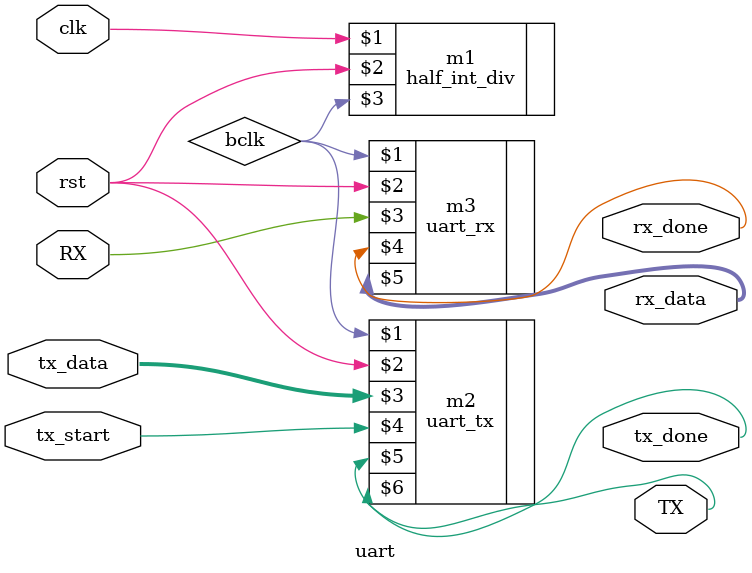
<source format=v>
module uart(clk,rst,tx_start,rx_done,tx_done,rx_data,tx_data,RX,TX);
	input clk,rst,tx_start,RX;
	input[7:0] tx_data;
	output rx_done,tx_done,TX;
	output[7:0] rx_data;
	
	(*KEEP="TRUE"*)wire          bclk;
	(*KEEP="TRUE"*)half_int_div  m1(clk,rst,bclk);
	(*KEEP="TRUE"*)uart_tx       m2(bclk,rst,tx_data,tx_start,tx_done,TX);
	(*KEEP="TRUE"*)uart_rx		 m3(bclk,rst,RX,rx_done,rx_data);
endmodule
	
</source>
